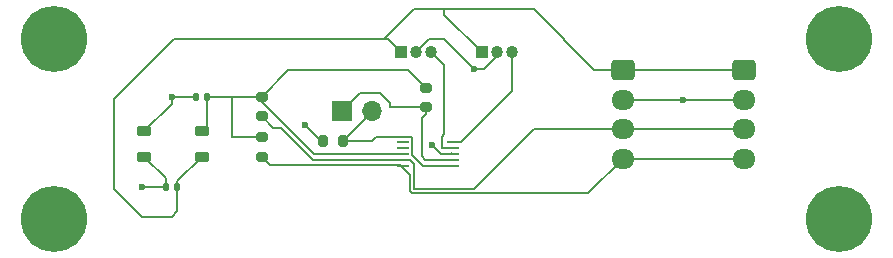
<source format=gbr>
%TF.GenerationSoftware,KiCad,Pcbnew,8.0.1*%
%TF.CreationDate,2024-03-19T19:55:23+01:00*%
%TF.ProjectId,lang1,6c616e67-312e-46b6-9963-61645f706362,rev?*%
%TF.SameCoordinates,Original*%
%TF.FileFunction,Copper,L1,Top*%
%TF.FilePolarity,Positive*%
%FSLAX46Y46*%
G04 Gerber Fmt 4.6, Leading zero omitted, Abs format (unit mm)*
G04 Created by KiCad (PCBNEW 8.0.1) date 2024-03-19 19:55:23*
%MOMM*%
%LPD*%
G01*
G04 APERTURE LIST*
G04 Aperture macros list*
%AMRoundRect*
0 Rectangle with rounded corners*
0 $1 Rounding radius*
0 $2 $3 $4 $5 $6 $7 $8 $9 X,Y pos of 4 corners*
0 Add a 4 corners polygon primitive as box body*
4,1,4,$2,$3,$4,$5,$6,$7,$8,$9,$2,$3,0*
0 Add four circle primitives for the rounded corners*
1,1,$1+$1,$2,$3*
1,1,$1+$1,$4,$5*
1,1,$1+$1,$6,$7*
1,1,$1+$1,$8,$9*
0 Add four rect primitives between the rounded corners*
20,1,$1+$1,$2,$3,$4,$5,0*
20,1,$1+$1,$4,$5,$6,$7,0*
20,1,$1+$1,$6,$7,$8,$9,0*
20,1,$1+$1,$8,$9,$2,$3,0*%
G04 Aperture macros list end*
%TA.AperFunction,Conductor*%
%ADD10C,0.200000*%
%TD*%
%TA.AperFunction,ComponentPad*%
%ADD11R,1.700000X1.700000*%
%TD*%
%TA.AperFunction,ComponentPad*%
%ADD12O,1.700000X1.700000*%
%TD*%
%TA.AperFunction,ComponentPad*%
%ADD13C,5.600000*%
%TD*%
%TA.AperFunction,SMDPad,CuDef*%
%ADD14RoundRect,0.218750X-0.381250X0.218750X-0.381250X-0.218750X0.381250X-0.218750X0.381250X0.218750X0*%
%TD*%
%TA.AperFunction,ComponentPad*%
%ADD15R,1.030000X1.030000*%
%TD*%
%TA.AperFunction,ComponentPad*%
%ADD16C,1.030000*%
%TD*%
%TA.AperFunction,SMDPad,CuDef*%
%ADD17RoundRect,0.200000X-0.275000X0.200000X-0.275000X-0.200000X0.275000X-0.200000X0.275000X0.200000X0*%
%TD*%
%TA.AperFunction,SMDPad,CuDef*%
%ADD18RoundRect,0.140000X-0.140000X-0.170000X0.140000X-0.170000X0.140000X0.170000X-0.140000X0.170000X0*%
%TD*%
%TA.AperFunction,SMDPad,CuDef*%
%ADD19R,1.100000X0.250000*%
%TD*%
%TA.AperFunction,SMDPad,CuDef*%
%ADD20RoundRect,0.200000X0.200000X0.275000X-0.200000X0.275000X-0.200000X-0.275000X0.200000X-0.275000X0*%
%TD*%
%TA.AperFunction,ComponentPad*%
%ADD21RoundRect,0.250000X-0.725000X0.600000X-0.725000X-0.600000X0.725000X-0.600000X0.725000X0.600000X0*%
%TD*%
%TA.AperFunction,ComponentPad*%
%ADD22O,1.950000X1.700000*%
%TD*%
%TA.AperFunction,ViaPad*%
%ADD23C,0.600000*%
%TD*%
G04 APERTURE END LIST*
D10*
%TO.N,VDD*%
X157480000Y-56000000D02*
X144780000Y-56000000D01*
%TD*%
D11*
%TO.P,J3,1,Pin_1*%
%TO.N,Net-(J3-Pin_1)*%
X123407898Y-59472102D03*
D12*
%TO.P,J3,2,Pin_2*%
%TO.N,Net-(J3-Pin_2)*%
X125947898Y-59472102D03*
%TD*%
D13*
%TO.P,H4,1*%
%TO.N,N/C*%
X165484000Y-68590000D03*
%TD*%
%TO.P,H3,1*%
%TO.N,N/C*%
X99060000Y-68590000D03*
%TD*%
%TO.P,H2,1*%
%TO.N,N/C*%
X165484000Y-53340000D03*
%TD*%
%TO.P,H1,1*%
%TO.N,N/C*%
X99060000Y-53340000D03*
%TD*%
D14*
%TO.P,FB1,1*%
%TO.N,GND*%
X106680000Y-61200000D03*
%TO.P,FB1,2*%
%TO.N,/GND2*%
X106680000Y-63325000D03*
%TD*%
D15*
%TO.P,VDD,1,VCC*%
%TO.N,VDD*%
X135228000Y-54450000D03*
D16*
%TO.P,VDD,2,GND*%
%TO.N,/GND2*%
X136498000Y-54450000D03*
%TO.P,VDD,3,OUT*%
%TO.N,Net-(U1-AIN1)*%
X137768000Y-54450000D03*
%TD*%
D17*
%TO.P,R2,1*%
%TO.N,VDD*%
X130492485Y-57495679D03*
%TO.P,R2,2*%
%TO.N,Net-(J3-Pin_1)*%
X130492485Y-59145679D03*
%TD*%
D18*
%TO.P,C2,1*%
%TO.N,GND*%
X111040000Y-58245000D03*
%TO.P,C2,2*%
%TO.N,VDD*%
X112000000Y-58245000D03*
%TD*%
D14*
%TO.P,FB2,1*%
%TO.N,VDD*%
X111520000Y-61200000D03*
%TO.P,FB2,2*%
X111520000Y-63325000D03*
%TD*%
D19*
%TO.P,ADS1115IDGS,10,SCL*%
%TO.N,Net-(J1-Pin_4)*%
X128546746Y-64089762D03*
%TO.P,ADS1115IDGS,9,SDA*%
%TO.N,Net-(J1-Pin_3)*%
X128546746Y-63589762D03*
%TO.P,ADS1115IDGS,8,VDD*%
%TO.N,VDD*%
X128546746Y-63089762D03*
%TO.P,ADS1115IDGS,7,AIN3*%
%TO.N,unconnected-(U1-AIN3-Pad7)*%
X128546746Y-62589762D03*
%TO.P,ADS1115IDGS,6,AIN2*%
%TO.N,unconnected-(U1-AIN2-Pad6)*%
X128546746Y-62089762D03*
%TO.P,ADS1115IDGS,5,AIN1*%
%TO.N,Net-(U1-AIN1)*%
X132846746Y-62089762D03*
%TO.P,ADS1115IDGS,4,AIN0*%
%TO.N,Net-(U1-AIN0)*%
X132846746Y-62589762D03*
%TO.P,ADS1115IDGS,3,GND*%
%TO.N,GND*%
X132846746Y-63089762D03*
%TO.P,ADS1115IDGS,2,ALERT/RDY*%
%TO.N,Net-(J3-Pin_1)*%
X132846746Y-63589762D03*
%TO.P,ADS1115IDGS,1,ADDR*%
%TO.N,Net-(J3-Pin_2)*%
X132846746Y-64089762D03*
%TD*%
D20*
%TO.P,R1,1*%
%TO.N,Net-(J3-Pin_2)*%
X123476485Y-62012102D03*
%TO.P,R1,2*%
%TO.N,GND*%
X121826485Y-62012102D03*
%TD*%
D18*
%TO.P,C1,1*%
%TO.N,/GND2*%
X108500000Y-65865000D03*
%TO.P,C1,2*%
%TO.N,VDD*%
X109460000Y-65865000D03*
%TD*%
D17*
%TO.P,R3,1*%
%TO.N,VDD*%
X116600000Y-61675000D03*
%TO.P,R3,2*%
%TO.N,Net-(J1-Pin_4)*%
X116600000Y-63325000D03*
%TD*%
D21*
%TO.P,J2,1,Pin_1*%
%TO.N,VDD*%
X147200000Y-56000000D03*
D22*
%TO.P,J2,2,Pin_2*%
%TO.N,/GND2*%
X147200000Y-58500000D03*
%TO.P,J2,3,Pin_3*%
%TO.N,Net-(J1-Pin_3)*%
X147200000Y-61000000D03*
%TO.P,J2,4,Pin_4*%
%TO.N,Net-(J1-Pin_4)*%
X147200000Y-63500000D03*
%TD*%
D15*
%TO.P,VDD,1,VCC*%
%TO.N,VDD*%
X128428000Y-54450000D03*
D16*
%TO.P,VDD,2,GND*%
%TO.N,/GND2*%
X129698000Y-54450000D03*
%TO.P,VDD,3,OUT*%
%TO.N,Net-(U1-AIN0)*%
X130968000Y-54450000D03*
%TD*%
D17*
%TO.P,R4,1*%
%TO.N,VDD*%
X116600000Y-58245000D03*
%TO.P,R4,2*%
%TO.N,Net-(J1-Pin_3)*%
X116600000Y-59895000D03*
%TD*%
D21*
%TO.P,J1,1,Pin_1*%
%TO.N,VDD*%
X157480000Y-56000000D03*
D22*
%TO.P,J1,2,Pin_2*%
%TO.N,/GND2*%
X157480000Y-58500000D03*
%TO.P,J1,3,Pin_3*%
%TO.N,Net-(J1-Pin_3)*%
X157480000Y-61000000D03*
%TO.P,J1,4,Pin_4*%
%TO.N,Net-(J1-Pin_4)*%
X157480000Y-63500000D03*
%TD*%
D23*
%TO.N,/GND2*%
X106440000Y-65865000D03*
X134620000Y-55880000D03*
%TO.N,GND*%
X120300540Y-60638763D03*
X131045338Y-62367042D03*
%TO.N,/GND2*%
X152320000Y-58500000D03*
%TO.N,GND*%
X108980000Y-58245000D03*
%TD*%
D10*
%TO.N,Net-(J3-Pin_1)*%
X130492485Y-59145679D02*
X127497898Y-59145679D01*
X127497898Y-59145679D02*
X127497898Y-58830070D01*
X127497898Y-58830070D02*
X126589930Y-57922102D01*
X124957898Y-57922102D02*
X123407898Y-59472102D01*
X126589930Y-57922102D02*
X124957898Y-57922102D01*
%TO.N,Net-(J3-Pin_2)*%
X123476485Y-62012102D02*
X125947898Y-59540689D01*
X132690000Y-64110000D02*
X130230686Y-64110000D01*
X130230686Y-64110000D02*
X129330686Y-63210000D01*
X129330686Y-63210000D02*
X129330686Y-61775686D01*
X129330686Y-61775686D02*
X129240000Y-61685000D01*
X129240000Y-61685000D02*
X126275000Y-61685000D01*
X126275000Y-61685000D02*
X125947898Y-62012102D01*
X125947898Y-62012102D02*
X123476485Y-62012102D01*
%TO.N,GND*%
X120300540Y-60638763D02*
X121673879Y-62012102D01*
X121673879Y-62012102D02*
X121920000Y-62012102D01*
X131788296Y-63110000D02*
X132690000Y-63110000D01*
X108980000Y-58245000D02*
X111040000Y-58245000D01*
X132615000Y-63035000D02*
X132690000Y-63110000D01*
%TO.N,/GND2*%
X152320000Y-58500000D02*
X157480000Y-58500000D01*
X108500000Y-65865000D02*
X108500000Y-65145000D01*
X129540000Y-54608000D02*
X129698000Y-54450000D01*
X152320000Y-58500000D02*
X147320000Y-58500000D01*
%TO.N,GND*%
X108980000Y-58900000D02*
X106680000Y-61200000D01*
X131045338Y-62367042D02*
X131788296Y-63110000D01*
%TO.N,/GND2*%
X135428000Y-55880000D02*
X136498000Y-54810000D01*
X130808000Y-53340000D02*
X129698000Y-54450000D01*
X108460000Y-65905000D02*
X108500000Y-65865000D01*
X108500000Y-65145000D02*
X106680000Y-63325000D01*
X136498000Y-54810000D02*
X136498000Y-54450000D01*
X132080000Y-53340000D02*
X130808000Y-53340000D01*
%TO.N,GND*%
X108980000Y-58245000D02*
X108980000Y-58900000D01*
%TO.N,/GND2*%
X106440000Y-65865000D02*
X108500000Y-65865000D01*
X134620000Y-55880000D02*
X132080000Y-53340000D01*
X134620000Y-55880000D02*
X135428000Y-55880000D01*
%TO.N,VDD*%
X142240000Y-53340000D02*
X142240000Y-53460000D01*
X104140000Y-66040000D02*
X106505000Y-68405000D01*
X129540000Y-50800000D02*
X139700000Y-50800000D01*
X112000000Y-58245000D02*
X114060000Y-58245000D01*
X116600000Y-58694314D02*
X121015686Y-63110000D01*
X142240000Y-53460000D02*
X144780000Y-56000000D01*
X116600000Y-58245000D02*
X118849673Y-55995327D01*
X127000000Y-53340000D02*
X127318000Y-53340000D01*
X104140000Y-58420000D02*
X104140000Y-66040000D01*
X132080000Y-51302000D02*
X132080000Y-50800000D01*
X112000000Y-58245000D02*
X112000000Y-60720000D01*
X109460000Y-65865000D02*
X109460000Y-65385000D01*
X112000000Y-60720000D02*
X111520000Y-61200000D01*
X109460000Y-65385000D02*
X111520000Y-63325000D01*
X109460000Y-67925000D02*
X109460000Y-65865000D01*
X135228000Y-54450000D02*
X132080000Y-51302000D01*
X139700000Y-50800000D02*
X142240000Y-53340000D01*
X121015686Y-63110000D02*
X128390000Y-63110000D01*
X127000000Y-53340000D02*
X129540000Y-50800000D01*
X106505000Y-68405000D02*
X108980000Y-68405000D01*
X109220000Y-53340000D02*
X104140000Y-58420000D01*
X114060000Y-61675000D02*
X116600000Y-61675000D01*
X128992133Y-55995327D02*
X130492485Y-57495679D01*
X114060000Y-58245000D02*
X116600000Y-58245000D01*
X108980000Y-68405000D02*
X109460000Y-67925000D01*
X147320000Y-56000000D02*
X144900000Y-56000000D01*
X127318000Y-53340000D02*
X128428000Y-54450000D01*
X116600000Y-58245000D02*
X116600000Y-58694314D01*
X114060000Y-58245000D02*
X114060000Y-61675000D01*
X127000000Y-53340000D02*
X109220000Y-53340000D01*
X118849673Y-55995327D02*
X128992133Y-55995327D01*
%TO.N,Net-(J1-Pin_3)*%
X129165000Y-63610000D02*
X129540000Y-63985000D01*
X139660000Y-61000000D02*
X157480000Y-61000000D01*
X129540000Y-66040000D02*
X132080000Y-66040000D01*
X134620000Y-66040000D02*
X139660000Y-61000000D01*
X116600000Y-59895000D02*
X117600000Y-60895000D01*
X120950000Y-63610000D02*
X128390000Y-63610000D01*
X128390000Y-63610000D02*
X129165000Y-63610000D01*
X129540000Y-63985000D02*
X129540000Y-66040000D01*
X118235000Y-60895000D02*
X120950000Y-63610000D01*
X132080000Y-66040000D02*
X134620000Y-66040000D01*
X117600000Y-60895000D02*
X118235000Y-60895000D01*
%TO.N,Net-(U1-AIN1)*%
X133470000Y-62110000D02*
X132690000Y-62110000D01*
X137768000Y-54450000D02*
X137768000Y-57812000D01*
X137768000Y-57812000D02*
X133470000Y-62110000D01*
%TO.N,Net-(U1-AIN0)*%
X131915000Y-62610000D02*
X132690000Y-62610000D01*
X130968000Y-54450000D02*
X132080000Y-55562000D01*
X132080000Y-55562000D02*
X132080000Y-61445000D01*
X132080000Y-61445000D02*
X131840000Y-61685000D01*
X131840000Y-61685000D02*
X131840000Y-62535000D01*
X131840000Y-62535000D02*
X131915000Y-62610000D01*
%TO.N,Net-(J1-Pin_4)*%
X129140000Y-66205685D02*
X129374315Y-66440000D01*
X116600000Y-63325000D02*
X117328676Y-64053676D01*
X144260000Y-66440000D02*
X147200000Y-63500000D01*
X129374315Y-66440000D02*
X144260000Y-66440000D01*
X128390000Y-64110000D02*
X129140000Y-64860000D01*
X129140000Y-64860000D02*
X129140000Y-66205685D01*
X157480000Y-63500000D02*
X147200000Y-63500000D01*
X117328676Y-64053676D02*
X128333676Y-64053676D01*
X128333676Y-64053676D02*
X128390000Y-64110000D01*
%TO.N,Net-(J3-Pin_1)*%
X130492485Y-59145679D02*
X130492485Y-59739057D01*
X130477015Y-63610000D02*
X132690000Y-63610000D01*
X130492485Y-59739057D02*
X130175998Y-60055544D01*
X130175998Y-60055544D02*
X130175998Y-63308983D01*
X130175998Y-63308983D02*
X130477015Y-63610000D01*
%TD*%
M02*

</source>
